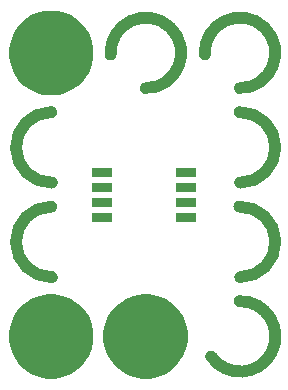
<source format=gts>
%TF.GenerationSoftware,KiCad,Pcbnew,5.0.0-fee4fd1~66~ubuntu16.04.1*%
%TF.CreationDate,2018-09-25T00:11:39-07:00*%
%TF.ProjectId,3x4-ATtiny85-8SOIC-Breakout,3378342D415474696E7938352D38534F,v1.2*%
%TF.SameCoordinates,Original*%
%TF.FileFunction,Soldermask,Top*%
%TF.FilePolarity,Negative*%
%FSLAX46Y46*%
G04 Gerber Fmt 4.6, Leading zero omitted, Abs format (unit mm)*
G04 Created by KiCad (PCBNEW 5.0.0-fee4fd1~66~ubuntu16.04.1) date Tue Sep 25 00:11:39 2018*
%MOMM*%
%LPD*%
G01*
G04 APERTURE LIST*
%ADD10C,1.000000*%
%ADD11C,0.350000*%
G04 APERTURE END LIST*
D10*
X21168100Y-44129121D02*
G75*
G03X18183600Y-41268920I0J2987201D01*
G01*
X21185600Y-52128095D02*
G75*
G03X21122100Y-46158420I0J2985175D01*
G01*
X21185600Y-60128420D02*
G75*
G03X21122100Y-54158745I0J2985175D01*
G01*
X18731212Y-66844111D02*
G75*
G03X21122100Y-62160420I2454388J1699191D01*
G01*
X5183600Y-54158745D02*
G75*
G03X5247100Y-60128420I0J-2985175D01*
G01*
X5183600Y-46158420D02*
G75*
G03X5247100Y-52128095I0J-2985175D01*
G01*
X13196399Y-44132121D02*
G75*
G03X10211899Y-41271920I0J2987201D01*
G01*
D11*
G36*
X5766130Y-61614530D02*
X6226741Y-61706151D01*
X6877564Y-61975731D01*
X6877566Y-61975732D01*
X7463295Y-62367104D01*
X7961415Y-62865224D01*
X8352789Y-63450956D01*
X8622369Y-64101779D01*
X8759800Y-64792696D01*
X8759800Y-65497144D01*
X8622369Y-66188061D01*
X8352789Y-66838884D01*
X8352788Y-66838886D01*
X7961416Y-67424615D01*
X7463295Y-67922736D01*
X6877566Y-68314108D01*
X6877565Y-68314109D01*
X6877564Y-68314109D01*
X6226741Y-68583689D01*
X5766130Y-68675310D01*
X5535825Y-68721120D01*
X4831375Y-68721120D01*
X4601070Y-68675310D01*
X4140459Y-68583689D01*
X3489636Y-68314109D01*
X3489635Y-68314109D01*
X3489634Y-68314108D01*
X2903905Y-67922736D01*
X2405784Y-67424615D01*
X2014412Y-66838886D01*
X2014411Y-66838884D01*
X1744831Y-66188061D01*
X1607400Y-65497144D01*
X1607400Y-64792696D01*
X1744831Y-64101779D01*
X2014411Y-63450956D01*
X2405785Y-62865224D01*
X2903905Y-62367104D01*
X3489634Y-61975732D01*
X3489636Y-61975731D01*
X4140459Y-61706151D01*
X4601070Y-61614530D01*
X4831375Y-61568720D01*
X5535825Y-61568720D01*
X5766130Y-61614530D01*
X5766130Y-61614530D01*
G37*
G36*
X13766130Y-61614530D02*
X14226741Y-61706151D01*
X14877564Y-61975731D01*
X14877566Y-61975732D01*
X15463295Y-62367104D01*
X15961415Y-62865224D01*
X16352789Y-63450956D01*
X16622369Y-64101779D01*
X16759800Y-64792696D01*
X16759800Y-65497144D01*
X16622369Y-66188061D01*
X16352789Y-66838884D01*
X16352788Y-66838886D01*
X15961416Y-67424615D01*
X15463295Y-67922736D01*
X14877566Y-68314108D01*
X14877565Y-68314109D01*
X14877564Y-68314109D01*
X14226741Y-68583689D01*
X13766130Y-68675310D01*
X13535825Y-68721120D01*
X12831375Y-68721120D01*
X12601070Y-68675310D01*
X12140459Y-68583689D01*
X11489636Y-68314109D01*
X11489635Y-68314109D01*
X11489634Y-68314108D01*
X10903905Y-67922736D01*
X10405784Y-67424615D01*
X10014412Y-66838886D01*
X10014411Y-66838884D01*
X9744831Y-66188061D01*
X9607400Y-65497144D01*
X9607400Y-64792696D01*
X9744831Y-64101779D01*
X10014411Y-63450956D01*
X10405785Y-62865224D01*
X10903905Y-62367104D01*
X11489634Y-61975732D01*
X11489636Y-61975731D01*
X12140459Y-61706151D01*
X12601070Y-61614530D01*
X12831375Y-61568720D01*
X13535825Y-61568720D01*
X13766130Y-61614530D01*
X13766130Y-61614530D01*
G37*
G36*
X10358800Y-55488120D02*
X8656400Y-55488120D01*
X8656400Y-54735720D01*
X10358800Y-54735720D01*
X10358800Y-55488120D01*
X10358800Y-55488120D01*
G37*
G36*
X17458800Y-55488120D02*
X15756400Y-55488120D01*
X15756400Y-54735720D01*
X17458800Y-54735720D01*
X17458800Y-55488120D01*
X17458800Y-55488120D01*
G37*
G36*
X17458800Y-54218120D02*
X15756400Y-54218120D01*
X15756400Y-53465720D01*
X17458800Y-53465720D01*
X17458800Y-54218120D01*
X17458800Y-54218120D01*
G37*
G36*
X10358800Y-54218120D02*
X8656400Y-54218120D01*
X8656400Y-53465720D01*
X10358800Y-53465720D01*
X10358800Y-54218120D01*
X10358800Y-54218120D01*
G37*
G36*
X10358800Y-52948120D02*
X8656400Y-52948120D01*
X8656400Y-52195720D01*
X10358800Y-52195720D01*
X10358800Y-52948120D01*
X10358800Y-52948120D01*
G37*
G36*
X17458800Y-52948120D02*
X15756400Y-52948120D01*
X15756400Y-52195720D01*
X17458800Y-52195720D01*
X17458800Y-52948120D01*
X17458800Y-52948120D01*
G37*
G36*
X10358800Y-51678120D02*
X8656400Y-51678120D01*
X8656400Y-50925720D01*
X10358800Y-50925720D01*
X10358800Y-51678120D01*
X10358800Y-51678120D01*
G37*
G36*
X17458800Y-51678120D02*
X15756400Y-51678120D01*
X15756400Y-50925720D01*
X17458800Y-50925720D01*
X17458800Y-51678120D01*
X17458800Y-51678120D01*
G37*
G36*
X5766130Y-37614530D02*
X6226741Y-37706151D01*
X6877564Y-37975731D01*
X6877566Y-37975732D01*
X7463295Y-38367104D01*
X7961415Y-38865224D01*
X8352789Y-39450956D01*
X8622369Y-40101779D01*
X8759800Y-40792696D01*
X8759800Y-41497144D01*
X8622369Y-42188061D01*
X8352789Y-42838884D01*
X8352788Y-42838886D01*
X7961416Y-43424615D01*
X7463295Y-43922736D01*
X6877566Y-44314108D01*
X6877565Y-44314109D01*
X6877564Y-44314109D01*
X6226741Y-44583689D01*
X5766130Y-44675310D01*
X5535825Y-44721120D01*
X4831375Y-44721120D01*
X4601070Y-44675310D01*
X4140459Y-44583689D01*
X3489636Y-44314109D01*
X3489635Y-44314109D01*
X3489634Y-44314108D01*
X2903905Y-43922736D01*
X2405784Y-43424615D01*
X2014412Y-42838886D01*
X2014411Y-42838884D01*
X1744831Y-42188061D01*
X1607400Y-41497144D01*
X1607400Y-40792696D01*
X1744831Y-40101779D01*
X2014411Y-39450956D01*
X2405785Y-38865224D01*
X2903905Y-38367104D01*
X3489634Y-37975732D01*
X3489636Y-37975731D01*
X4140459Y-37706151D01*
X4601070Y-37614530D01*
X4831375Y-37568720D01*
X5535825Y-37568720D01*
X5766130Y-37614530D01*
X5766130Y-37614530D01*
G37*
M02*

</source>
